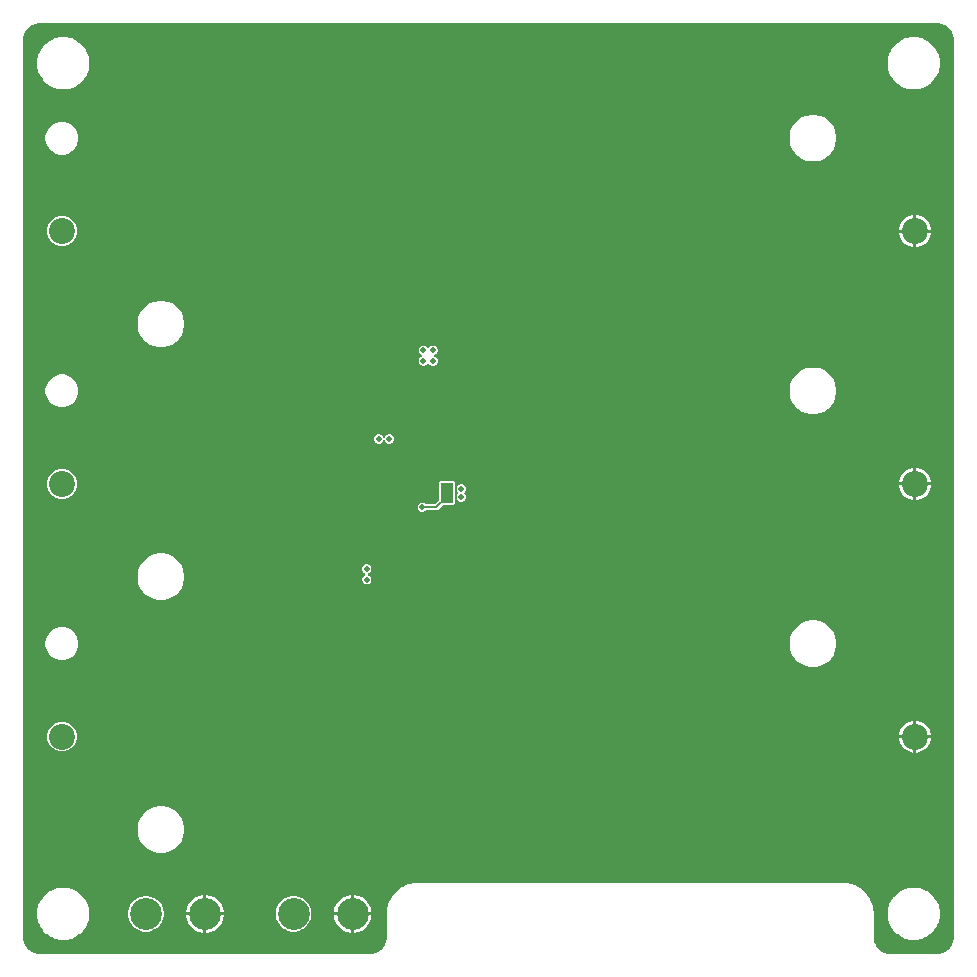
<source format=gbr>
%TF.GenerationSoftware,Altium Limited,Altium Designer,21.6.1 (37)*%
G04 Layer_Physical_Order=2*
G04 Layer_Color=36540*
%FSLAX45Y45*%
%MOMM*%
%TF.SameCoordinates,713E3131-B0EE-4415-9D9D-843BC13DAD56*%
%TF.FilePolarity,Positive*%
%TF.FileFunction,Copper,L2,Inr,Signal*%
%TF.Part,Single*%
G01*
G75*
%TA.AperFunction,ComponentPad*%
%ADD10C,2.20000*%
%ADD11C,2.70000*%
%TA.AperFunction,ViaPad*%
%ADD12C,0.50000*%
%ADD13C,0.40000*%
%TA.AperFunction,Conductor*%
%ADD14C,0.20000*%
%ADD15R,1.00000X1.75000*%
G36*
X7841129Y7934126D02*
X7866393Y7923661D01*
X7889132Y7908468D01*
X7908468Y7889132D01*
X7923661Y7866393D01*
X7934126Y7841129D01*
X7939461Y7814308D01*
Y7800635D01*
X7939461Y200636D01*
X7939461Y186962D01*
X7934126Y160141D01*
X7923661Y134876D01*
X7908468Y112138D01*
X7889132Y92802D01*
X7866394Y77609D01*
X7841129Y67144D01*
X7814309Y61809D01*
X7400636D01*
X7386962Y61809D01*
X7360141Y67144D01*
X7334877Y77609D01*
X7312139Y92802D01*
X7292803Y112138D01*
X7277610Y134876D01*
X7267144Y160141D01*
X7261810Y186961D01*
X7261809Y400634D01*
X7261512Y402129D01*
X7261736Y403637D01*
X7260772Y423240D01*
X7259671Y427639D01*
Y432173D01*
X7252022Y470626D01*
X7249716Y476192D01*
X7248540Y482102D01*
X7233537Y518324D01*
X7230190Y523334D01*
X7227884Y528900D01*
X7206102Y561500D01*
X7201841Y565760D01*
X7198494Y570770D01*
X7170771Y598493D01*
X7165761Y601840D01*
X7161501Y606100D01*
X7128902Y627883D01*
X7123334Y630189D01*
X7118325Y633536D01*
X7082103Y648540D01*
X7076193Y649715D01*
X7070627Y652021D01*
X7032173Y659670D01*
X7027638D01*
X7023240Y660772D01*
X7003636Y661735D01*
X7002130Y661511D01*
X7000635Y661808D01*
X3400000Y661809D01*
X3398456Y661502D01*
X3396898Y661730D01*
X3377929Y660767D01*
X3373581Y659671D01*
X3369097D01*
X3330643Y652022D01*
X3325077Y649716D01*
X3319168Y648540D01*
X3282945Y633537D01*
X3277935Y630189D01*
X3272369Y627883D01*
X3239770Y606101D01*
X3235509Y601841D01*
X3230500Y598494D01*
X3202776Y570770D01*
X3199429Y565761D01*
X3195169Y561500D01*
X3173387Y528901D01*
X3171081Y523334D01*
X3167733Y518324D01*
X3152730Y482102D01*
X3151554Y476193D01*
X3149248Y470627D01*
X3141600Y432173D01*
Y427638D01*
X3140498Y423239D01*
X3139535Y403636D01*
X3139758Y402129D01*
X3139461Y400635D01*
X3139461Y200636D01*
X3139461Y186962D01*
X3134126Y160141D01*
X3123661Y134876D01*
X3108467Y112138D01*
X3089132Y92802D01*
X3066393Y77609D01*
X3041128Y67144D01*
X3014309Y61809D01*
X3000635D01*
X200635Y61809D01*
X186962Y61809D01*
X160141Y67144D01*
X134877Y77609D01*
X112138Y92802D01*
X92803Y112137D01*
X77609Y134877D01*
X67144Y160141D01*
X61809Y186961D01*
Y200635D01*
Y7800635D01*
X61809Y7814308D01*
X67144Y7841129D01*
X77609Y7866393D01*
X92802Y7889131D01*
X112138Y7908467D01*
X134877Y7923661D01*
X160142Y7934126D01*
X186962Y7939460D01*
X200635Y7939460D01*
X7800635Y7939461D01*
X7814308D01*
X7841129Y7934126D01*
D02*
G37*
%LPC*%
G36*
X7616394Y7821810D02*
X7584877D01*
X7578967Y7820635D01*
X7572942D01*
X7542030Y7814486D01*
X7536463Y7812180D01*
X7530554Y7811004D01*
X7501436Y7798943D01*
X7496426Y7795596D01*
X7490860Y7793290D01*
X7464654Y7775780D01*
X7460393Y7771519D01*
X7455384Y7768172D01*
X7433098Y7745886D01*
X7429750Y7740877D01*
X7425490Y7736616D01*
X7407980Y7710410D01*
X7405674Y7704843D01*
X7402327Y7699834D01*
X7390265Y7670716D01*
X7389090Y7664806D01*
X7386784Y7659239D01*
X7380635Y7628328D01*
Y7622303D01*
X7379460Y7616393D01*
Y7584876D01*
X7380635Y7578966D01*
Y7572942D01*
X7386784Y7542030D01*
X7389090Y7536463D01*
X7390265Y7530553D01*
X7402327Y7501435D01*
X7405674Y7496426D01*
X7407980Y7490859D01*
X7425490Y7464653D01*
X7429750Y7460392D01*
X7433098Y7455383D01*
X7455384Y7433097D01*
X7460393Y7429750D01*
X7464654Y7425489D01*
X7490860Y7407979D01*
X7496426Y7405673D01*
X7501436Y7402326D01*
X7530554Y7390265D01*
X7536464Y7389089D01*
X7542030Y7386784D01*
X7572942Y7380635D01*
X7578967D01*
X7584877Y7379459D01*
X7616394D01*
X7622304Y7380635D01*
X7628328D01*
X7659240Y7386784D01*
X7664807Y7389089D01*
X7670717Y7390265D01*
X7699834Y7402326D01*
X7704844Y7405673D01*
X7710411Y7407979D01*
X7736616Y7425489D01*
X7740877Y7429750D01*
X7745887Y7433097D01*
X7768173Y7455383D01*
X7771520Y7460392D01*
X7775781Y7464653D01*
X7793291Y7490859D01*
X7795597Y7496426D01*
X7798944Y7501435D01*
X7811005Y7530553D01*
X7812180Y7536463D01*
X7814486Y7542030D01*
X7820635Y7572941D01*
Y7578967D01*
X7821811Y7584876D01*
Y7616393D01*
X7820635Y7622303D01*
Y7628328D01*
X7814486Y7659240D01*
X7812180Y7664807D01*
X7811005Y7670716D01*
X7798944Y7699834D01*
X7795597Y7704844D01*
X7793291Y7710410D01*
X7775781Y7736616D01*
X7771520Y7740877D01*
X7768173Y7745886D01*
X7745887Y7768172D01*
X7740877Y7771519D01*
X7736616Y7775780D01*
X7710411Y7793290D01*
X7704844Y7795596D01*
X7699834Y7798943D01*
X7670716Y7811004D01*
X7664807Y7812180D01*
X7659240Y7814486D01*
X7628329Y7820635D01*
X7622303D01*
X7616394Y7821810D01*
D02*
G37*
G36*
X416394D02*
X384877D01*
X378967Y7820635D01*
X372942D01*
X342030Y7814486D01*
X336463Y7812180D01*
X330554Y7811004D01*
X301436Y7798943D01*
X296426Y7795596D01*
X290860Y7793290D01*
X264654Y7775780D01*
X260393Y7771519D01*
X255384Y7768172D01*
X233098Y7745886D01*
X229750Y7740877D01*
X225490Y7736616D01*
X207980Y7710410D01*
X205674Y7704843D01*
X202326Y7699834D01*
X190265Y7670716D01*
X189090Y7664806D01*
X186784Y7659239D01*
X180635Y7628328D01*
Y7622303D01*
X179460Y7616393D01*
Y7600636D01*
X179460Y7584877D01*
X180635Y7578967D01*
Y7572941D01*
X186784Y7542029D01*
X189090Y7536462D01*
X190265Y7530553D01*
X202326Y7501435D01*
X205674Y7496426D01*
X207980Y7490859D01*
X225490Y7464653D01*
X229750Y7460392D01*
X233098Y7455383D01*
X255384Y7433097D01*
X260393Y7429750D01*
X264654Y7425489D01*
X290859Y7407979D01*
X296426Y7405673D01*
X301436Y7402326D01*
X330554Y7390265D01*
X336464Y7389089D01*
X342030Y7386784D01*
X372942Y7380635D01*
X378967D01*
X384877Y7379459D01*
X416394D01*
X422303Y7380635D01*
X428328D01*
X459240Y7386784D01*
X464807Y7389089D01*
X470717Y7390265D01*
X499834Y7402326D01*
X504844Y7405673D01*
X510410Y7407979D01*
X536616Y7425489D01*
X540877Y7429750D01*
X545887Y7433097D01*
X568173Y7455383D01*
X571520Y7460392D01*
X575781Y7464653D01*
X593291Y7490859D01*
X595596Y7496426D01*
X598944Y7501435D01*
X611005Y7530553D01*
X612180Y7536463D01*
X614486Y7542030D01*
X620635Y7572941D01*
Y7578967D01*
X621811Y7584876D01*
Y7616393D01*
X620635Y7622303D01*
Y7628328D01*
X614486Y7659240D01*
X612180Y7664807D01*
X611005Y7670716D01*
X598944Y7699834D01*
X595596Y7704844D01*
X593291Y7710410D01*
X575781Y7736616D01*
X571520Y7740877D01*
X568173Y7745886D01*
X545887Y7768172D01*
X540877Y7771519D01*
X536616Y7775780D01*
X510411Y7793290D01*
X504844Y7795596D01*
X499834Y7798943D01*
X470716Y7811004D01*
X464807Y7812180D01*
X459240Y7814486D01*
X428329Y7820635D01*
X422303D01*
X416394Y7821810D01*
D02*
G37*
G36*
X407365Y7106500D02*
X370634D01*
X335155Y7096993D01*
X303345Y7078627D01*
X277372Y7052655D01*
X259007Y7020845D01*
X249500Y6985365D01*
Y6948634D01*
X259007Y6913155D01*
X277372Y6881345D01*
X303345Y6855372D01*
X335155Y6837007D01*
X370634Y6827500D01*
X407365D01*
X442845Y6837007D01*
X474655Y6855372D01*
X500627Y6881345D01*
X518993Y6913155D01*
X528500Y6948634D01*
Y6985365D01*
X518993Y7020845D01*
X500627Y7052655D01*
X474655Y7078627D01*
X442845Y7096993D01*
X407365Y7106500D01*
D02*
G37*
G36*
X6766452Y7164500D02*
X6727548D01*
X6689391Y7156910D01*
X6653448Y7142022D01*
X6621101Y7120408D01*
X6593592Y7092899D01*
X6571977Y7060551D01*
X6557090Y7024609D01*
X6549500Y6986452D01*
Y6947548D01*
X6557090Y6909391D01*
X6571977Y6873449D01*
X6593592Y6841101D01*
X6621101Y6813592D01*
X6653448Y6791978D01*
X6689391Y6777090D01*
X6727548Y6769500D01*
X6766452D01*
X6804608Y6777090D01*
X6840551Y6791978D01*
X6872899Y6813592D01*
X6900408Y6841101D01*
X6922022Y6873449D01*
X6936910Y6909391D01*
X6944500Y6947548D01*
Y6986452D01*
X6936910Y7024609D01*
X6922022Y7060551D01*
X6900408Y7092899D01*
X6872899Y7120408D01*
X6840551Y7142022D01*
X6804608Y7156910D01*
X6766452Y7164500D01*
D02*
G37*
G36*
X7628773Y6315000D02*
X7623500D01*
Y6192499D01*
X7746000D01*
Y6197773D01*
X7736800Y6232108D01*
X7719026Y6262892D01*
X7693892Y6288027D01*
X7663108Y6305800D01*
X7628773Y6315000D01*
D02*
G37*
G36*
X7598500D02*
X7593227D01*
X7558892Y6305800D01*
X7528108Y6288027D01*
X7502973Y6262892D01*
X7485200Y6232108D01*
X7476000Y6197773D01*
Y6192499D01*
X7598500D01*
Y6315000D01*
D02*
G37*
G36*
X405456Y6305000D02*
X372543D01*
X340751Y6296481D01*
X312248Y6280025D01*
X288975Y6256752D01*
X272518Y6228248D01*
X264000Y6196456D01*
Y6163543D01*
X272518Y6131752D01*
X288975Y6103248D01*
X312248Y6079975D01*
X340751Y6063518D01*
X372543Y6055000D01*
X405456D01*
X437248Y6063518D01*
X465752Y6079975D01*
X489025Y6103248D01*
X505481Y6131752D01*
X514000Y6163543D01*
Y6196456D01*
X505481Y6228248D01*
X489025Y6256752D01*
X465752Y6280025D01*
X437248Y6296481D01*
X405456Y6305000D01*
D02*
G37*
G36*
X7746000Y6167500D02*
X7623500D01*
Y6045000D01*
X7628773D01*
X7663108Y6054200D01*
X7693892Y6071973D01*
X7719026Y6097108D01*
X7736800Y6127892D01*
X7746000Y6162227D01*
Y6167500D01*
D02*
G37*
G36*
X7598500D02*
X7476000D01*
Y6162227D01*
X7485200Y6127892D01*
X7502973Y6097108D01*
X7528108Y6071973D01*
X7558892Y6054200D01*
X7593227Y6045000D01*
X7598500D01*
Y6167500D01*
D02*
G37*
G36*
X1246452Y5590500D02*
X1207548D01*
X1169391Y5582910D01*
X1133449Y5568022D01*
X1101101Y5546408D01*
X1073592Y5518899D01*
X1051978Y5486551D01*
X1037090Y5450609D01*
X1029500Y5412452D01*
Y5373548D01*
X1037090Y5335391D01*
X1051978Y5299449D01*
X1073592Y5267101D01*
X1101101Y5239592D01*
X1133449Y5217978D01*
X1169391Y5203090D01*
X1207548Y5195500D01*
X1246452D01*
X1284609Y5203090D01*
X1320551Y5217978D01*
X1352899Y5239592D01*
X1380408Y5267101D01*
X1402022Y5299449D01*
X1416910Y5335391D01*
X1424500Y5373548D01*
Y5412452D01*
X1416910Y5450609D01*
X1402022Y5486551D01*
X1380408Y5518899D01*
X1352899Y5546408D01*
X1320551Y5568022D01*
X1284609Y5582910D01*
X1246452Y5590500D01*
D02*
G37*
G36*
X3537957Y5210000D02*
X3522044D01*
X3507342Y5203910D01*
X3497198Y5193766D01*
X3490000Y5193166D01*
X3482802Y5193766D01*
X3472658Y5203910D01*
X3457957Y5210000D01*
X3442043D01*
X3427342Y5203910D01*
X3416090Y5192658D01*
X3410000Y5177957D01*
Y5162044D01*
X3416090Y5147342D01*
X3427342Y5136090D01*
X3437860Y5131733D01*
Y5118267D01*
X3427342Y5113910D01*
X3416090Y5102658D01*
X3410000Y5087957D01*
Y5072043D01*
X3416090Y5057342D01*
X3427342Y5046090D01*
X3442043Y5040000D01*
X3457957D01*
X3472658Y5046090D01*
X3482802Y5056234D01*
X3490000Y5056834D01*
X3497198Y5056234D01*
X3507342Y5046090D01*
X3522044Y5040000D01*
X3537957D01*
X3552658Y5046090D01*
X3563910Y5057342D01*
X3570000Y5072043D01*
Y5087957D01*
X3563910Y5102658D01*
X3552658Y5113910D01*
X3542140Y5118267D01*
Y5131733D01*
X3552658Y5136090D01*
X3563910Y5147342D01*
X3570000Y5162044D01*
Y5177957D01*
X3563910Y5192658D01*
X3552658Y5203910D01*
X3537957Y5210000D01*
D02*
G37*
G36*
X407365Y4966499D02*
X370634D01*
X335155Y4956993D01*
X303345Y4938627D01*
X277372Y4912654D01*
X259007Y4880844D01*
X249500Y4845365D01*
Y4808634D01*
X259007Y4773155D01*
X277372Y4741345D01*
X303345Y4715372D01*
X335155Y4697006D01*
X370634Y4687500D01*
X407365D01*
X442845Y4697006D01*
X474655Y4715372D01*
X500627Y4741345D01*
X518993Y4773155D01*
X528500Y4808634D01*
Y4845365D01*
X518993Y4880844D01*
X500627Y4912654D01*
X474655Y4938627D01*
X442845Y4956993D01*
X407365Y4966499D01*
D02*
G37*
G36*
X6766452Y5024499D02*
X6727548D01*
X6689391Y5016910D01*
X6653448Y5002022D01*
X6621101Y4980408D01*
X6593592Y4952898D01*
X6571977Y4920551D01*
X6557090Y4884608D01*
X6549500Y4846452D01*
Y4807547D01*
X6557090Y4769391D01*
X6571977Y4733448D01*
X6593592Y4701101D01*
X6621101Y4673591D01*
X6653448Y4651977D01*
X6689391Y4637089D01*
X6727548Y4629500D01*
X6766452D01*
X6804608Y4637089D01*
X6840551Y4651977D01*
X6872899Y4673591D01*
X6900408Y4701101D01*
X6922022Y4733448D01*
X6936910Y4769391D01*
X6944500Y4807547D01*
Y4846452D01*
X6936910Y4884608D01*
X6922022Y4920551D01*
X6900408Y4952898D01*
X6872899Y4980408D01*
X6840551Y5002022D01*
X6804608Y5016910D01*
X6766452Y5024499D01*
D02*
G37*
G36*
X3167957Y4460000D02*
X3152043D01*
X3137342Y4453910D01*
X3126090Y4442658D01*
X3121733Y4432140D01*
X3108267D01*
X3103910Y4442658D01*
X3092658Y4453910D01*
X3077957Y4460000D01*
X3062043D01*
X3047342Y4453910D01*
X3036090Y4442658D01*
X3030000Y4427957D01*
Y4412044D01*
X3036090Y4397342D01*
X3047342Y4386090D01*
X3062043Y4380000D01*
X3077957D01*
X3092658Y4386090D01*
X3103910Y4397342D01*
X3108267Y4407860D01*
X3121733D01*
X3126090Y4397342D01*
X3137342Y4386090D01*
X3152043Y4380000D01*
X3167957D01*
X3182658Y4386090D01*
X3193910Y4397342D01*
X3200000Y4412044D01*
Y4427957D01*
X3193910Y4442658D01*
X3182658Y4453910D01*
X3167957Y4460000D01*
D02*
G37*
G36*
X7628773Y4175000D02*
X7623500D01*
Y4052500D01*
X7746000D01*
Y4057773D01*
X7736800Y4092108D01*
X7719026Y4122892D01*
X7693892Y4148027D01*
X7663108Y4165800D01*
X7628773Y4175000D01*
D02*
G37*
G36*
X7598500D02*
X7593227D01*
X7558892Y4165800D01*
X7528108Y4148027D01*
X7502973Y4122892D01*
X7485200Y4092108D01*
X7476000Y4057773D01*
Y4052500D01*
X7598500D01*
Y4175000D01*
D02*
G37*
G36*
X405456Y4165000D02*
X372543D01*
X340751Y4156481D01*
X312248Y4140024D01*
X288975Y4116751D01*
X272518Y4088248D01*
X264000Y4056456D01*
Y4023543D01*
X272518Y3991751D01*
X288975Y3963248D01*
X312248Y3939975D01*
X340751Y3923518D01*
X372543Y3915000D01*
X405456D01*
X437248Y3923518D01*
X465752Y3939975D01*
X489025Y3963248D01*
X505481Y3991751D01*
X514000Y4023543D01*
Y4056456D01*
X505481Y4088248D01*
X489025Y4116751D01*
X465752Y4140024D01*
X437248Y4156481D01*
X405456Y4165000D01*
D02*
G37*
G36*
X7746000Y4027500D02*
X7623500D01*
Y3905000D01*
X7628773D01*
X7663108Y3914200D01*
X7693892Y3931973D01*
X7719026Y3957108D01*
X7736800Y3987892D01*
X7746000Y4022227D01*
Y4027500D01*
D02*
G37*
G36*
X7598500D02*
X7476000D01*
Y4022227D01*
X7485200Y3987892D01*
X7502973Y3957108D01*
X7528108Y3931973D01*
X7558892Y3914200D01*
X7593227Y3905000D01*
X7598500D01*
Y4027500D01*
D02*
G37*
G36*
X3777957Y4040000D02*
X3762044D01*
X3747342Y4033910D01*
X3736090Y4022658D01*
X3730000Y4007956D01*
Y3992043D01*
X3736090Y3977342D01*
X3740135Y3973297D01*
X3746505Y3965000D01*
X3740135Y3956703D01*
X3736090Y3952658D01*
X3730000Y3937957D01*
Y3922043D01*
X3736090Y3907342D01*
X3747342Y3896090D01*
X3762044Y3890000D01*
X3777957D01*
X3792658Y3896090D01*
X3803910Y3907342D01*
X3810000Y3922043D01*
Y3937957D01*
X3803910Y3952658D01*
X3799865Y3956703D01*
X3793495Y3965000D01*
X3799865Y3973297D01*
X3803910Y3977342D01*
X3810000Y3992043D01*
Y4007956D01*
X3803910Y4022658D01*
X3792658Y4033910D01*
X3777957Y4040000D01*
D02*
G37*
G36*
X3700000Y4066236D02*
X3600000D01*
X3588519Y4061481D01*
X3583764Y4050000D01*
Y3899812D01*
X3549442Y3865490D01*
X3471079D01*
X3462658Y3873910D01*
X3447957Y3880000D01*
X3432043D01*
X3417342Y3873910D01*
X3406090Y3862658D01*
X3400000Y3847956D01*
Y3832043D01*
X3406090Y3817342D01*
X3417342Y3806090D01*
X3432043Y3800000D01*
X3447957D01*
X3462658Y3806090D01*
X3471079Y3814510D01*
X3560000D01*
X3569755Y3816451D01*
X3578024Y3821976D01*
X3614812Y3858764D01*
X3700000D01*
X3711481Y3863520D01*
X3716236Y3875000D01*
Y4050000D01*
X3711481Y4061481D01*
X3700000Y4066236D01*
D02*
G37*
G36*
X2977956Y3360000D02*
X2962043D01*
X2947342Y3353910D01*
X2936090Y3342658D01*
X2930000Y3327957D01*
Y3312043D01*
X2936090Y3297342D01*
X2947342Y3286090D01*
X2957859Y3281733D01*
Y3268267D01*
X2947342Y3263910D01*
X2936090Y3252658D01*
X2930000Y3237956D01*
Y3222043D01*
X2936090Y3207342D01*
X2947342Y3196090D01*
X2962043Y3190000D01*
X2977956D01*
X2992658Y3196090D01*
X3003910Y3207342D01*
X3010000Y3222043D01*
Y3237956D01*
X3003910Y3252658D01*
X2992658Y3263910D01*
X2982140Y3268267D01*
Y3281733D01*
X2992658Y3286090D01*
X3003910Y3297342D01*
X3010000Y3312043D01*
Y3327957D01*
X3003910Y3342658D01*
X2992658Y3353910D01*
X2977956Y3360000D01*
D02*
G37*
G36*
X1246452Y3450500D02*
X1207548D01*
X1169391Y3442910D01*
X1133449Y3428022D01*
X1101101Y3406408D01*
X1073592Y3378898D01*
X1051978Y3346551D01*
X1037090Y3310608D01*
X1029500Y3272452D01*
Y3233548D01*
X1037090Y3195391D01*
X1051978Y3159448D01*
X1073592Y3127101D01*
X1101101Y3099591D01*
X1133449Y3077977D01*
X1169391Y3063089D01*
X1207548Y3055500D01*
X1246452D01*
X1284609Y3063089D01*
X1320551Y3077977D01*
X1352899Y3099591D01*
X1380408Y3127101D01*
X1402022Y3159448D01*
X1416910Y3195391D01*
X1424500Y3233548D01*
Y3272452D01*
X1416910Y3310608D01*
X1402022Y3346551D01*
X1380408Y3378898D01*
X1352899Y3406408D01*
X1320551Y3428022D01*
X1284609Y3442910D01*
X1246452Y3450500D01*
D02*
G37*
G36*
X407365Y2826500D02*
X370634D01*
X335155Y2816993D01*
X303345Y2798627D01*
X277372Y2772655D01*
X259007Y2740845D01*
X249500Y2705365D01*
Y2668634D01*
X259007Y2633155D01*
X277372Y2601345D01*
X303345Y2575372D01*
X335155Y2557007D01*
X370634Y2547500D01*
X407365D01*
X442845Y2557007D01*
X474655Y2575372D01*
X500627Y2601345D01*
X518993Y2633155D01*
X528500Y2668634D01*
Y2705365D01*
X518993Y2740845D01*
X500627Y2772655D01*
X474655Y2798627D01*
X442845Y2816993D01*
X407365Y2826500D01*
D02*
G37*
G36*
X6766452Y2884500D02*
X6727548D01*
X6689391Y2876910D01*
X6653448Y2862022D01*
X6621101Y2840408D01*
X6593592Y2812899D01*
X6571977Y2780551D01*
X6557090Y2744608D01*
X6549500Y2706452D01*
Y2667548D01*
X6557090Y2629391D01*
X6571977Y2593448D01*
X6593592Y2561101D01*
X6621101Y2533592D01*
X6653448Y2511977D01*
X6689391Y2497089D01*
X6727548Y2489500D01*
X6766452D01*
X6804608Y2497089D01*
X6840551Y2511977D01*
X6872899Y2533592D01*
X6900408Y2561101D01*
X6922022Y2593448D01*
X6936910Y2629391D01*
X6944500Y2667548D01*
Y2706452D01*
X6936910Y2744608D01*
X6922022Y2780551D01*
X6900408Y2812899D01*
X6872899Y2840408D01*
X6840551Y2862022D01*
X6804608Y2876910D01*
X6766452Y2884500D01*
D02*
G37*
G36*
X7628773Y2035000D02*
X7623500D01*
Y1912500D01*
X7746000D01*
Y1917773D01*
X7736800Y1952108D01*
X7719026Y1982892D01*
X7693892Y2008027D01*
X7663108Y2025800D01*
X7628773Y2035000D01*
D02*
G37*
G36*
X7598500D02*
X7593227D01*
X7558892Y2025800D01*
X7528108Y2008027D01*
X7502973Y1982892D01*
X7485200Y1952108D01*
X7476000Y1917773D01*
Y1912500D01*
X7598500D01*
Y2035000D01*
D02*
G37*
G36*
X405456Y2025000D02*
X372543D01*
X340751Y2016481D01*
X312248Y2000025D01*
X288975Y1976752D01*
X272518Y1948248D01*
X264000Y1916456D01*
Y1883543D01*
X272518Y1851751D01*
X288975Y1823248D01*
X312248Y1799975D01*
X340751Y1783518D01*
X372543Y1775000D01*
X405456D01*
X437248Y1783518D01*
X465752Y1799975D01*
X489025Y1823248D01*
X505481Y1851751D01*
X514000Y1883543D01*
Y1916456D01*
X505481Y1948248D01*
X489025Y1976752D01*
X465752Y2000025D01*
X437248Y2016481D01*
X405456Y2025000D01*
D02*
G37*
G36*
X7746000Y1887500D02*
X7623500D01*
Y1765000D01*
X7628773D01*
X7663108Y1774200D01*
X7693892Y1791973D01*
X7719026Y1817108D01*
X7736800Y1847892D01*
X7746000Y1882227D01*
Y1887500D01*
D02*
G37*
G36*
X7598500D02*
X7476000D01*
Y1882227D01*
X7485200Y1847892D01*
X7502973Y1817108D01*
X7528108Y1791973D01*
X7558892Y1774200D01*
X7593227Y1765000D01*
X7598500D01*
Y1887500D01*
D02*
G37*
G36*
X1246452Y1310500D02*
X1207548D01*
X1169391Y1302910D01*
X1133449Y1288022D01*
X1101101Y1266408D01*
X1073592Y1238899D01*
X1051978Y1206551D01*
X1037090Y1170609D01*
X1029500Y1132452D01*
Y1093548D01*
X1037090Y1055391D01*
X1051978Y1019449D01*
X1073592Y987101D01*
X1101101Y959592D01*
X1133449Y937978D01*
X1169391Y923090D01*
X1207548Y915500D01*
X1246452D01*
X1284609Y923090D01*
X1320551Y937978D01*
X1352899Y959592D01*
X1380408Y987101D01*
X1402022Y1019449D01*
X1416910Y1055391D01*
X1424500Y1093548D01*
Y1132452D01*
X1416910Y1170609D01*
X1402022Y1206551D01*
X1380408Y1238899D01*
X1352899Y1266408D01*
X1320551Y1288022D01*
X1284609Y1302910D01*
X1246452Y1310500D01*
D02*
G37*
G36*
X2865759Y560000D02*
X2862500D01*
Y412500D01*
X3010000D01*
Y415759D01*
X3003851Y446670D01*
X2991790Y475788D01*
X2974280Y501994D01*
X2951994Y524280D01*
X2925788Y541790D01*
X2896670Y553851D01*
X2865759Y560000D01*
D02*
G37*
G36*
X1615759D02*
X1612500D01*
Y412500D01*
X1760000D01*
Y415759D01*
X1753851Y446670D01*
X1741790Y475788D01*
X1724280Y501994D01*
X1701994Y524280D01*
X1675789Y541790D01*
X1646670Y553851D01*
X1615759Y560000D01*
D02*
G37*
G36*
X2837500D02*
X2834241D01*
X2803330Y553851D01*
X2774211Y541790D01*
X2748006Y524280D01*
X2725720Y501994D01*
X2708210Y475788D01*
X2696149Y446670D01*
X2690000Y415759D01*
Y412500D01*
X2837500D01*
Y560000D01*
D02*
G37*
G36*
X1587500D02*
X1584241D01*
X1553330Y553851D01*
X1524212Y541790D01*
X1498006Y524280D01*
X1475720Y501994D01*
X1458210Y475788D01*
X1446149Y446670D01*
X1440000Y415759D01*
Y412500D01*
X1587500D01*
Y560000D01*
D02*
G37*
G36*
X2364774Y550000D02*
X2335226D01*
X2306247Y544235D01*
X2278948Y532928D01*
X2254381Y516513D01*
X2233487Y495619D01*
X2217072Y471052D01*
X2205764Y443753D01*
X2200000Y414774D01*
Y385226D01*
X2205764Y356247D01*
X2217072Y328948D01*
X2233487Y304381D01*
X2254381Y283487D01*
X2278948Y267072D01*
X2306247Y255765D01*
X2335226Y250000D01*
X2364774D01*
X2393753Y255765D01*
X2421052Y267072D01*
X2445619Y283487D01*
X2466512Y304381D01*
X2482928Y328948D01*
X2494235Y356247D01*
X2500000Y385226D01*
Y414774D01*
X2494235Y443753D01*
X2482928Y471052D01*
X2466512Y495619D01*
X2445619Y516513D01*
X2421052Y532928D01*
X2393753Y544235D01*
X2364774Y550000D01*
D02*
G37*
G36*
X1114774D02*
X1085226D01*
X1056247Y544235D01*
X1028948Y532928D01*
X1004381Y516513D01*
X983487Y495619D01*
X967072Y471052D01*
X955765Y443753D01*
X950000Y414774D01*
Y385226D01*
X955765Y356247D01*
X967072Y328948D01*
X983487Y304381D01*
X1004381Y283487D01*
X1028948Y267072D01*
X1056247Y255765D01*
X1085226Y250000D01*
X1114774D01*
X1143753Y255765D01*
X1171052Y267072D01*
X1195619Y283487D01*
X1216513Y304381D01*
X1232928Y328948D01*
X1244236Y356247D01*
X1250000Y385226D01*
Y414774D01*
X1244236Y443753D01*
X1232928Y471052D01*
X1216513Y495619D01*
X1195619Y516513D01*
X1171052Y532928D01*
X1143753Y544235D01*
X1114774Y550000D01*
D02*
G37*
G36*
X3010000Y387500D02*
X2862500D01*
Y240000D01*
X2865759D01*
X2896670Y246149D01*
X2925788Y258210D01*
X2951994Y275720D01*
X2974280Y298006D01*
X2991790Y324211D01*
X3003851Y353330D01*
X3010000Y384241D01*
Y387500D01*
D02*
G37*
G36*
X2837500D02*
X2690000D01*
Y384241D01*
X2696149Y353330D01*
X2708210Y324211D01*
X2725720Y298006D01*
X2748006Y275720D01*
X2774211Y258210D01*
X2803330Y246149D01*
X2834241Y240000D01*
X2837500D01*
Y387500D01*
D02*
G37*
G36*
X1760000D02*
X1612500D01*
Y240000D01*
X1615759D01*
X1646670Y246149D01*
X1675789Y258210D01*
X1701994Y275720D01*
X1724280Y298006D01*
X1741790Y324211D01*
X1753851Y353330D01*
X1760000Y384241D01*
Y387500D01*
D02*
G37*
G36*
X1587500D02*
X1440000D01*
Y384241D01*
X1446149Y353330D01*
X1458210Y324211D01*
X1475720Y298006D01*
X1498006Y275720D01*
X1524212Y258210D01*
X1553330Y246149D01*
X1584241Y240000D01*
X1587500D01*
Y387500D01*
D02*
G37*
G36*
X7616394Y621810D02*
X7584877D01*
X7578967Y620635D01*
X7572942D01*
X7542030Y614486D01*
X7536463Y612180D01*
X7530554Y611004D01*
X7501436Y598943D01*
X7496426Y595596D01*
X7490860Y593290D01*
X7464654Y575780D01*
X7460393Y571519D01*
X7455384Y568172D01*
X7433098Y545886D01*
X7429750Y540877D01*
X7425490Y536616D01*
X7407980Y510410D01*
X7405674Y504843D01*
X7402327Y499834D01*
X7390265Y470716D01*
X7389090Y464806D01*
X7386784Y459239D01*
X7380635Y428328D01*
Y422303D01*
X7379460Y416393D01*
Y384876D01*
X7380635Y378966D01*
Y372942D01*
X7386784Y342030D01*
X7389090Y336463D01*
X7390265Y330553D01*
X7402327Y301435D01*
X7405674Y296426D01*
X7407980Y290859D01*
X7425490Y264653D01*
X7429750Y260392D01*
X7433098Y255383D01*
X7455384Y233097D01*
X7460393Y229750D01*
X7464654Y225489D01*
X7490860Y207979D01*
X7496426Y205673D01*
X7501436Y202326D01*
X7530554Y190265D01*
X7536463Y189089D01*
X7542030Y186783D01*
X7572942Y180635D01*
X7578968D01*
X7584878Y179459D01*
X7600636Y179459D01*
X7616394D01*
X7622304Y180635D01*
X7628328D01*
X7659240Y186783D01*
X7664807Y189089D01*
X7670717Y190265D01*
X7699834Y202326D01*
X7704844Y205673D01*
X7710411Y207979D01*
X7736616Y225489D01*
X7740877Y229750D01*
X7745887Y233097D01*
X7768173Y255383D01*
X7771520Y260392D01*
X7775781Y264653D01*
X7793291Y290859D01*
X7795597Y296426D01*
X7798944Y301435D01*
X7811005Y330553D01*
X7812180Y336463D01*
X7814486Y342030D01*
X7820635Y372941D01*
Y378966D01*
X7821811Y384876D01*
Y416393D01*
X7820635Y422303D01*
Y428328D01*
X7814486Y459240D01*
X7812180Y464807D01*
X7811005Y470716D01*
X7798944Y499834D01*
X7795597Y504844D01*
X7793291Y510410D01*
X7775781Y536616D01*
X7771520Y540877D01*
X7768173Y545886D01*
X7745887Y568172D01*
X7740877Y571519D01*
X7736616Y575780D01*
X7710411Y593290D01*
X7704844Y595596D01*
X7699834Y598943D01*
X7670716Y611004D01*
X7664807Y612180D01*
X7659240Y614486D01*
X7628329Y620635D01*
X7622303D01*
X7616394Y621810D01*
D02*
G37*
G36*
X416394D02*
X384877D01*
X378967Y620635D01*
X372942D01*
X342030Y614486D01*
X336463Y612180D01*
X330554Y611004D01*
X301436Y598943D01*
X296426Y595596D01*
X290860Y593290D01*
X264654Y575780D01*
X260393Y571519D01*
X255384Y568172D01*
X233098Y545886D01*
X229750Y540877D01*
X225490Y536616D01*
X207980Y510410D01*
X205674Y504843D01*
X202326Y499834D01*
X190265Y470716D01*
X189090Y464806D01*
X186784Y459240D01*
X180635Y428328D01*
Y422302D01*
X179460Y416392D01*
X179460Y400634D01*
Y384876D01*
X180635Y378966D01*
Y372942D01*
X186784Y342030D01*
X189090Y336463D01*
X190265Y330553D01*
X202326Y301435D01*
X205674Y296426D01*
X207980Y290859D01*
X225490Y264653D01*
X229750Y260392D01*
X233098Y255383D01*
X255384Y233097D01*
X260393Y229750D01*
X264654Y225489D01*
X290859Y207979D01*
X296426Y205673D01*
X301436Y202326D01*
X330554Y190265D01*
X336463Y189089D01*
X342030Y186783D01*
X372942Y180635D01*
X378968D01*
X384878Y179459D01*
X400636Y179459D01*
X416394D01*
X422303Y180635D01*
X428328D01*
X459240Y186783D01*
X464807Y189089D01*
X470717Y190265D01*
X499834Y202326D01*
X504844Y205673D01*
X510410Y207979D01*
X536616Y225489D01*
X540877Y229750D01*
X545887Y233097D01*
X568173Y255383D01*
X571520Y260392D01*
X575781Y264653D01*
X593291Y290859D01*
X595596Y296426D01*
X598944Y301435D01*
X611005Y330553D01*
X612180Y336463D01*
X614486Y342030D01*
X620635Y372941D01*
Y378966D01*
X621811Y384876D01*
Y416393D01*
X620635Y422303D01*
Y428328D01*
X614486Y459240D01*
X612180Y464807D01*
X611005Y470716D01*
X598944Y499834D01*
X595596Y504844D01*
X593291Y510410D01*
X575781Y536616D01*
X571520Y540877D01*
X568173Y545886D01*
X545887Y568172D01*
X540877Y571519D01*
X536616Y575780D01*
X510411Y593290D01*
X504844Y595596D01*
X499834Y598943D01*
X470716Y611004D01*
X464807Y612180D01*
X459240Y614486D01*
X428329Y620635D01*
X422303D01*
X416394Y621810D01*
D02*
G37*
%LPD*%
D10*
X7611000Y6180000D02*
D03*
X389000Y6180000D02*
D03*
X7611000Y4040000D02*
D03*
X389000Y4040000D02*
D03*
X7611000Y1900000D02*
D03*
X389000Y1900000D02*
D03*
D11*
X2850000Y400000D02*
D03*
X2350000D02*
D03*
X1600000D02*
D03*
X1100000D02*
D03*
D12*
X2610000Y3700000D02*
D03*
X2700000D02*
D03*
X3770000Y4000000D02*
D03*
X3650000D02*
D03*
X3770000Y3930000D02*
D03*
X3440000Y4000000D02*
D03*
Y4100000D02*
D03*
X3650000Y3930000D02*
D03*
X3440000Y3840000D02*
D03*
X2970000Y3320000D02*
D03*
Y3230000D02*
D03*
X3070000Y4420000D02*
D03*
X3160000D02*
D03*
X3530000Y5170000D02*
D03*
Y5080000D02*
D03*
X3450000D02*
D03*
Y5170000D02*
D03*
X2250000Y4870000D02*
D03*
Y4950000D02*
D03*
D13*
X2800000Y5075000D02*
D03*
Y4965000D02*
D03*
X2800000Y4365000D02*
D03*
Y4255000D02*
D03*
D14*
X3440000Y3840000D02*
X3560000D01*
X3650000Y3930000D01*
D15*
X3650000Y3962500D02*
D03*
%TF.MD5,9b3479ee1e070cc3b4b7967681fda956*%
M02*

</source>
